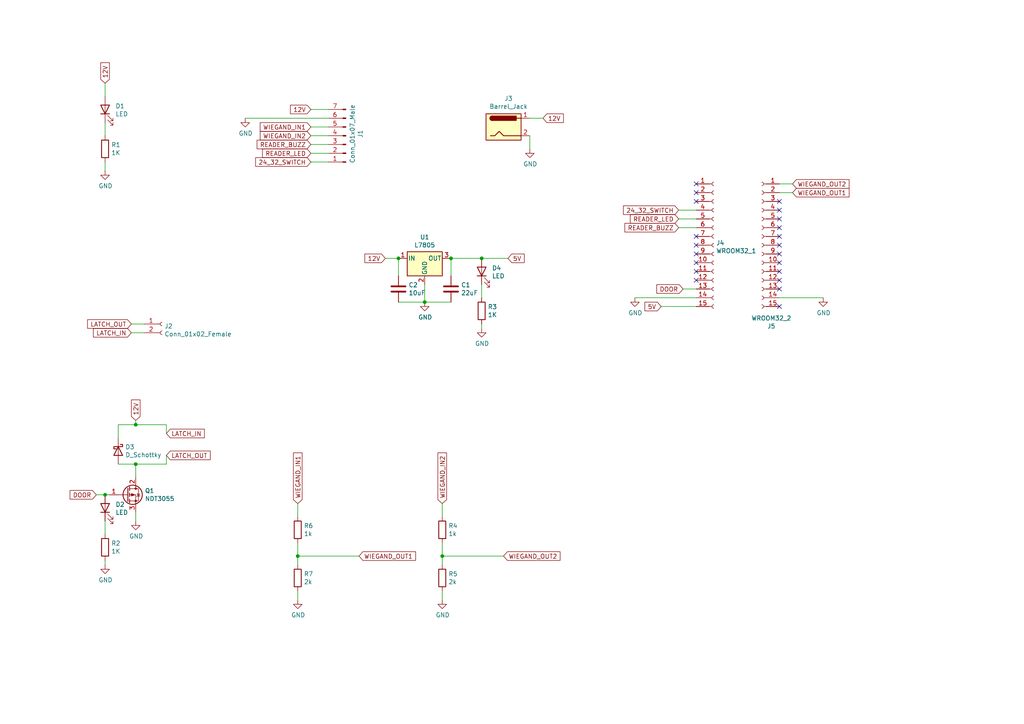
<source format=kicad_sch>
(kicad_sch (version 20211123) (generator eeschema)
  (paper "A4")
  (lib_symbols
    (symbol "Connector:Barrel_Jack" (pin_names (offset 1.016))
      (property "Reference" "J" (at 0 5.334 0))
      (property "Value" "Barrel_Jack" (at 0 -5.08 0))
      (symbol "Barrel_Jack_0_1"
        (rectangle (start -5.08 3.81) (end 5.08 -3.81) (stroke (width 0.254)) (fill (type background)))
        (arc (start -3.302 3.175) (mid -3.937 2.54) (end -3.302 1.905) (stroke (width 0.254)))
        (arc (start -3.302 3.175) (mid -3.937 2.54) (end -3.302 1.905) (stroke (width 0.254)) (fill (type outline)))
        (polyline (pts (xy 5.08 2.54) (xy 3.81 2.54)) (stroke (width 0.254)))
        (polyline (pts (xy -3.81 -2.54) (xy -2.54 -2.54) (xy -1.27 -1.27) (xy 0 -2.54) (xy 2.54 -2.54) (xy 5.08 -2.54)) (stroke (width 0.254)))
        (rectangle (start 3.683 3.175) (end -3.302 1.905) (stroke (width 0.254)) (fill (type outline)))
      )
      (symbol "Barrel_Jack_1_1"
        (pin passive line (at 7.62 2.54 180) (length 2.54) (name "~") (number "1"))
        (pin passive line (at 7.62 -2.54 180) (length 2.54) (name "~") (number "2"))
      )
    )
    (symbol "Connector:Conn_01x02_Female" (pin_names (offset 1.016) hide)
      (property "Reference" "J" (at 0 2.54 0))
      (property "Value" "Conn_01x02_Female" (at 0 -5.08 0))
      (symbol "Conn_01x02_Female_1_1"
        (arc (start 0 -2.032) (mid -0.508 -2.54) (end 0 -3.048) (stroke (width 0.1524)))
        (polyline (pts (xy -1.27 -2.54) (xy -0.508 -2.54)) (stroke (width 0.1524)))
        (polyline (pts (xy -1.27 0) (xy -0.508 0)) (stroke (width 0.1524)))
        (arc (start 0 0.508) (mid -0.508 0) (end 0 -0.508) (stroke (width 0.1524)))
        (pin passive line (at -5.08 0 0) (length 3.81) (name "Pin_1") (number "1"))
        (pin passive line (at -5.08 -2.54 0) (length 3.81) (name "Pin_2") (number "2"))
      )
    )
    (symbol "Connector:Conn_01x07_Male" (pin_names (offset 1.016) hide)
      (property "Reference" "J" (at 0 10.16 0))
      (property "Value" "Conn_01x07_Male" (at 0 -10.16 0))
      (symbol "Conn_01x07_Male_1_1"
        (polyline (pts (xy 1.27 -7.62) (xy 0.8636 -7.62)) (stroke (width 0.1524)))
        (polyline (pts (xy 1.27 -5.08) (xy 0.8636 -5.08)) (stroke (width 0.1524)))
        (polyline (pts (xy 1.27 -2.54) (xy 0.8636 -2.54)) (stroke (width 0.1524)))
        (polyline (pts (xy 1.27 0) (xy 0.8636 0)) (stroke (width 0.1524)))
        (polyline (pts (xy 1.27 2.54) (xy 0.8636 2.54)) (stroke (width 0.1524)))
        (polyline (pts (xy 1.27 5.08) (xy 0.8636 5.08)) (stroke (width 0.1524)))
        (polyline (pts (xy 1.27 7.62) (xy 0.8636 7.62)) (stroke (width 0.1524)))
        (rectangle (start 0.8636 -7.493) (end 0 -7.747) (stroke (width 0.1524)) (fill (type outline)))
        (rectangle (start 0.8636 -4.953) (end 0 -5.207) (stroke (width 0.1524)) (fill (type outline)))
        (rectangle (start 0.8636 -2.413) (end 0 -2.667) (stroke (width 0.1524)) (fill (type outline)))
        (rectangle (start 0.8636 0.127) (end 0 -0.127) (stroke (width 0.1524)) (fill (type outline)))
        (rectangle (start 0.8636 2.667) (end 0 2.413) (stroke (width 0.1524)) (fill (type outline)))
        (rectangle (start 0.8636 5.207) (end 0 4.953) (stroke (width 0.1524)) (fill (type outline)))
        (rectangle (start 0.8636 7.747) (end 0 7.493) (stroke (width 0.1524)) (fill (type outline)))
        (pin passive line (at 5.08 7.62 180) (length 3.81) (name "Pin_1") (number "1"))
        (pin passive line (at 5.08 5.08 180) (length 3.81) (name "Pin_2") (number "2"))
        (pin passive line (at 5.08 2.54 180) (length 3.81) (name "Pin_3") (number "3"))
        (pin passive line (at 5.08 0 180) (length 3.81) (name "Pin_4") (number "4"))
        (pin passive line (at 5.08 -2.54 180) (length 3.81) (name "Pin_5") (number "5"))
        (pin passive line (at 5.08 -5.08 180) (length 3.81) (name "Pin_6") (number "6"))
        (pin passive line (at 5.08 -7.62 180) (length 3.81) (name "Pin_7") (number "7"))
      )
    )
    (symbol "Connector:Conn_01x15_Female" (pin_names (offset 1.016) hide)
      (property "Reference" "J" (at 0 20.32 0))
      (property "Value" "Conn_01x15_Female" (at 0 -20.32 0))
      (symbol "Conn_01x15_Female_1_1"
        (arc (start 0 -17.272) (mid -0.508 -17.78) (end 0 -18.288) (stroke (width 0.1524)))
        (arc (start 0 -14.732) (mid -0.508 -15.24) (end 0 -15.748) (stroke (width 0.1524)))
        (arc (start 0 -12.192) (mid -0.508 -12.7) (end 0 -13.208) (stroke (width 0.1524)))
        (arc (start 0 -9.652) (mid -0.508 -10.16) (end 0 -10.668) (stroke (width 0.1524)))
        (arc (start 0 -7.112) (mid -0.508 -7.62) (end 0 -8.128) (stroke (width 0.1524)))
        (arc (start 0 -4.572) (mid -0.508 -5.08) (end 0 -5.588) (stroke (width 0.1524)))
        (arc (start 0 -2.032) (mid -0.508 -2.54) (end 0 -3.048) (stroke (width 0.1524)))
        (polyline (pts (xy -1.27 -17.78) (xy -0.508 -17.78)) (stroke (width 0.1524)))
        (polyline (pts (xy -1.27 -15.24) (xy -0.508 -15.24)) (stroke (width 0.1524)))
        (polyline (pts (xy -1.27 -12.7) (xy -0.508 -12.7)) (stroke (width 0.1524)))
        (polyline (pts (xy -1.27 -10.16) (xy -0.508 -10.16)) (stroke (width 0.1524)))
        (polyline (pts (xy -1.27 -7.62) (xy -0.508 -7.62)) (stroke (width 0.1524)))
        (polyline (pts (xy -1.27 -5.08) (xy -0.508 -5.08)) (stroke (width 0.1524)))
        (polyline (pts (xy -1.27 -2.54) (xy -0.508 -2.54)) (stroke (width 0.1524)))
        (polyline (pts (xy -1.27 0) (xy -0.508 0)) (stroke (width 0.1524)))
        (polyline (pts (xy -1.27 2.54) (xy -0.508 2.54)) (stroke (width 0.1524)))
        (polyline (pts (xy -1.27 5.08) (xy -0.508 5.08)) (stroke (width 0.1524)))
        (polyline (pts (xy -1.27 7.62) (xy -0.508 7.62)) (stroke (width 0.1524)))
        (polyline (pts (xy -1.27 10.16) (xy -0.508 10.16)) (stroke (width 0.1524)))
        (polyline (pts (xy -1.27 12.7) (xy -0.508 12.7)) (stroke (width 0.1524)))
        (polyline (pts (xy -1.27 15.24) (xy -0.508 15.24)) (stroke (width 0.1524)))
        (polyline (pts (xy -1.27 17.78) (xy -0.508 17.78)) (stroke (width 0.1524)))
        (arc (start 0 0.508) (mid -0.508 0) (end 0 -0.508) (stroke (width 0.1524)))
        (arc (start 0 3.048) (mid -0.508 2.54) (end 0 2.032) (stroke (width 0.1524)))
        (arc (start 0 5.588) (mid -0.508 5.08) (end 0 4.572) (stroke (width 0.1524)))
        (arc (start 0 8.128) (mid -0.508 7.62) (end 0 7.112) (stroke (width 0.1524)))
        (arc (start 0 10.668) (mid -0.508 10.16) (end 0 9.652) (stroke (width 0.1524)))
        (arc (start 0 13.208) (mid -0.508 12.7) (end 0 12.192) (stroke (width 0.1524)))
        (arc (start 0 15.748) (mid -0.508 15.24) (end 0 14.732) (stroke (width 0.1524)))
        (arc (start 0 18.288) (mid -0.508 17.78) (end 0 17.272) (stroke (width 0.1524)))
        (pin passive line (at -5.08 17.78 0) (length 3.81) (name "Pin_1") (number "1"))
        (pin passive line (at -5.08 -5.08 0) (length 3.81) (name "Pin_10") (number "10"))
        (pin passive line (at -5.08 -7.62 0) (length 3.81) (name "Pin_11") (number "11"))
        (pin passive line (at -5.08 -10.16 0) (length 3.81) (name "Pin_12") (number "12"))
        (pin passive line (at -5.08 -12.7 0) (length 3.81) (name "Pin_13") (number "13"))
        (pin passive line (at -5.08 -15.24 0) (length 3.81) (name "Pin_14") (number "14"))
        (pin passive line (at -5.08 -17.78 0) (length 3.81) (name "Pin_15") (number "15"))
        (pin passive line (at -5.08 15.24 0) (length 3.81) (name "Pin_2") (number "2"))
        (pin passive line (at -5.08 12.7 0) (length 3.81) (name "Pin_3") (number "3"))
        (pin passive line (at -5.08 10.16 0) (length 3.81) (name "Pin_4") (number "4"))
        (pin passive line (at -5.08 7.62 0) (length 3.81) (name "Pin_5") (number "5"))
        (pin passive line (at -5.08 5.08 0) (length 3.81) (name "Pin_6") (number "6"))
        (pin passive line (at -5.08 2.54 0) (length 3.81) (name "Pin_7") (number "7"))
        (pin passive line (at -5.08 0 0) (length 3.81) (name "Pin_8") (number "8"))
        (pin passive line (at -5.08 -2.54 0) (length 3.81) (name "Pin_9") (number "9"))
      )
    )
    (symbol "Device:C" (pin_numbers hide) (pin_names (offset 0.254))
      (property "Reference" "C" (at 0.635 2.54 0))
      (property "Value" "C" (at 0.635 -2.54 0))
      (symbol "C_0_1"
        (polyline (pts (xy -2.032 -0.762) (xy 2.032 -0.762)) (stroke (width 0.508)))
        (polyline (pts (xy -2.032 0.762) (xy 2.032 0.762)) (stroke (width 0.508)))
      )
      (symbol "C_1_1"
        (pin passive line (at 0 3.81 270) (length 2.794) (name "~") (number "1"))
        (pin passive line (at 0 -3.81 90) (length 2.794) (name "~") (number "2"))
      )
    )
    (symbol "Device:D_Schottky" (pin_numbers hide) (pin_names (offset 1.016) hide)
      (property "Reference" "D" (at 0 2.54 0))
      (property "Value" "D_Schottky" (at 0 -2.54 0))
      (symbol "D_Schottky_0_1"
        (polyline (pts (xy 1.27 0) (xy -1.27 0)))
        (polyline (pts (xy 1.27 1.27) (xy 1.27 -1.27) (xy -1.27 0) (xy 1.27 1.27)) (stroke (width 0.254)))
        (polyline (pts (xy -1.905 0.635) (xy -1.905 1.27) (xy -1.27 1.27) (xy -1.27 -1.27) (xy -0.635 -1.27) (xy -0.635 -0.635)) (stroke (width 0.254)))
      )
      (symbol "D_Schottky_1_1"
        (pin passive line (at -3.81 0 0) (length 2.54) (name "K") (number "1"))
        (pin passive line (at 3.81 0 180) (length 2.54) (name "A") (number "2"))
      )
    )
    (symbol "Device:LED" (pin_numbers hide) (pin_names (offset 1.016) hide)
      (property "Reference" "D" (at 0 2.54 0))
      (property "Value" "LED" (at 0 -2.54 0))
      (symbol "LED_0_1"
        (polyline (pts (xy -1.27 -1.27) (xy -1.27 1.27)) (stroke (width 0.254)))
        (polyline (pts (xy -1.27 0) (xy 1.27 0)))
        (polyline (pts (xy 1.27 -1.27) (xy 1.27 1.27) (xy -1.27 0) (xy 1.27 -1.27)) (stroke (width 0.254)))
        (polyline (pts (xy -3.048 -0.762) (xy -4.572 -2.286) (xy -3.81 -2.286) (xy -4.572 -2.286) (xy -4.572 -1.524)))
        (polyline (pts (xy -1.778 -0.762) (xy -3.302 -2.286) (xy -2.54 -2.286) (xy -3.302 -2.286) (xy -3.302 -1.524)))
      )
      (symbol "LED_1_1"
        (pin passive line (at -3.81 0 0) (length 2.54) (name "K") (number "1"))
        (pin passive line (at 3.81 0 180) (length 2.54) (name "A") (number "2"))
      )
    )
    (symbol "Device:R" (pin_numbers hide) (pin_names (offset 0))
      (property "Reference" "R" (at 2.032 0 90))
      (property "Value" "R" (at 0 0 90))
      (symbol "R_0_1"
        (rectangle (start -1.016 -2.54) (end 1.016 2.54) (stroke (width 0.254)))
      )
      (symbol "R_1_1"
        (pin passive line (at 0 3.81 270) (length 1.27) (name "~") (number "1"))
        (pin passive line (at 0 -3.81 90) (length 1.27) (name "~") (number "2"))
      )
    )
    (symbol "Regulator_Linear:L7805" (pin_names (offset 0.254))
      (property "Reference" "U" (at -3.81 3.175 0))
      (property "Value" "L7805" (at 0 3.175 0))
      (symbol "L7805_0_1"
        (rectangle (start -5.08 1.905) (end 5.08 -5.08) (stroke (width 0.254)) (fill (type background)))
      )
      (symbol "L7805_1_1"
        (pin power_in line (at -7.62 0 0) (length 2.54) (name "IN") (number "1"))
        (pin power_in line (at 0 -7.62 90) (length 2.54) (name "GND") (number "2"))
        (pin power_out line (at 7.62 0 180) (length 2.54) (name "OUT") (number "3"))
      )
    )
    (symbol "Transistor_FET:ZXMP4A16G" (pin_names hide)
      (property "Reference" "Q" (at 5.08 1.905 0))
      (property "Value" "ZXMP4A16G" (at 5.08 0 0))
      (symbol "ZXMP4A16G_0_1"
        (polyline (pts (xy 0.254 0) (xy -2.54 0)))
        (polyline (pts (xy 0.254 1.905) (xy 0.254 -1.905)) (stroke (width 0.254)))
        (polyline (pts (xy 0.762 -1.27) (xy 0.762 -2.286)) (stroke (width 0.254)))
        (polyline (pts (xy 0.762 0.508) (xy 0.762 -0.508)) (stroke (width 0.254)))
        (polyline (pts (xy 0.762 2.286) (xy 0.762 1.27)) (stroke (width 0.254)))
        (polyline (pts (xy 2.54 2.54) (xy 2.54 1.778)))
        (polyline (pts (xy 2.54 -2.54) (xy 2.54 0) (xy 0.762 0)))
        (polyline (pts (xy 0.762 1.778) (xy 3.302 1.778) (xy 3.302 -1.778) (xy 0.762 -1.778)))
        (polyline (pts (xy 2.286 0) (xy 1.27 0.381) (xy 1.27 -0.381) (xy 2.286 0)) (fill (type outline)))
        (polyline (pts (xy 2.794 -0.508) (xy 2.921 -0.381) (xy 3.683 -0.381) (xy 3.81 -0.254)))
        (polyline (pts (xy 3.302 -0.381) (xy 2.921 0.254) (xy 3.683 0.254) (xy 3.302 -0.381)))
        (circle (center 1.651 0) (radius 2.794) (stroke (width 0.254)))
        (circle (center 2.54 -1.778) (radius 0.254) (fill (type outline)))
        (circle (center 2.54 1.778) (radius 0.254) (fill (type outline)))
      )
      (symbol "ZXMP4A16G_1_1"
        (pin input line (at -5.08 0 0) (length 2.54) (name "G") (number "1"))
        (pin passive line (at 2.54 5.08 270) (length 2.54) (name "D") (number "2"))
        (pin passive line (at 2.54 -5.08 90) (length 2.54) (name "S") (number "3"))
      )
    )
    (symbol "power:GND" (power) (pin_names (offset 0))
      (property "Value" "GND" (at 0 -3.81 0))
      (symbol "GND_0_1"
        (polyline (pts (xy 0 0) (xy 0 -1.27) (xy 1.27 -1.27) (xy 0 -2.54) (xy -1.27 -1.27) (xy 0 -1.27)))
      )
      (symbol "GND_1_1"
        (pin power_in line (at 0 0 270) (length 0) hide (name "GND") (number "1"))
      )
    )
  )
  (junction (at 39.37 123.19))
  (junction (at 130.81 74.93))
  (junction (at 139.7 74.93))
  (junction (at 39.37 134.62))
  (junction (at 115.57 74.93))
  (junction (at 123.19 87.63))
  (junction (at 128.27 161.29))
  (junction (at 30.48 143.51))
  (junction (at 86.36 161.29))
  (no_connect (at 226.06 81.28))
  (no_connect (at 226.06 60.96))
  (no_connect (at 226.06 63.5))
  (no_connect (at 226.06 71.12))
  (no_connect (at 226.06 73.66))
  (no_connect (at 201.93 55.88))
  (no_connect (at 201.93 73.66))
  (no_connect (at 201.93 81.28))
  (no_connect (at 201.93 58.42))
  (no_connect (at 201.93 76.2))
  (no_connect (at 226.06 88.9))
  (no_connect (at 201.93 71.12))
  (no_connect (at 201.93 68.58))
  (no_connect (at 226.06 76.2))
  (no_connect (at 201.93 53.34))
  (no_connect (at 201.93 78.74))
  (no_connect (at 226.06 58.42))
  (no_connect (at 226.06 68.58))
  (no_connect (at 226.06 78.74))
  (no_connect (at 226.06 66.04))
  (no_connect (at 226.06 83.82))
  (wire (pts (xy 27.94 143.51) (xy 30.48 143.51)))
  (wire (pts (xy 153.67 39.37) (xy 153.67 43.18)))
  (wire (pts (xy 196.85 60.96) (xy 201.93 60.96)))
  (wire (pts (xy 128.27 146.05) (xy 128.27 149.86)))
  (wire (pts (xy 153.67 34.29) (xy 157.48 34.29)))
  (wire (pts (xy 39.37 123.19) (xy 39.37 121.92)))
  (wire (pts (xy 90.17 41.91) (xy 95.25 41.91)))
  (wire (pts (xy 86.36 157.48) (xy 86.36 161.29)))
  (wire (pts (xy 30.48 143.51) (xy 31.75 143.51)))
  (wire (pts (xy 90.17 36.83) (xy 95.25 36.83)))
  (wire (pts (xy 30.48 151.13) (xy 30.48 154.94)))
  (wire (pts (xy 90.17 31.75) (xy 95.25 31.75)))
  (wire (pts (xy 115.57 74.93) (xy 111.76 74.93)))
  (wire (pts (xy 128.27 161.29) (xy 128.27 163.83)))
  (wire (pts (xy 128.27 161.29) (xy 146.05 161.29)))
  (wire (pts (xy 128.27 157.48) (xy 128.27 161.29)))
  (wire (pts (xy 41.91 96.52) (xy 38.1 96.52)))
  (wire (pts (xy 130.81 74.93) (xy 139.7 74.93)))
  (wire (pts (xy 90.17 46.99) (xy 95.25 46.99)))
  (wire (pts (xy 86.36 161.29) (xy 104.14 161.29)))
  (wire (pts (xy 139.7 95.25) (xy 139.7 93.98)))
  (wire (pts (xy 229.87 55.88) (xy 226.06 55.88)))
  (wire (pts (xy 34.29 134.62) (xy 39.37 134.62)))
  (wire (pts (xy 123.19 82.55) (xy 123.19 87.63)))
  (wire (pts (xy 48.26 123.19) (xy 48.26 125.73)))
  (wire (pts (xy 48.26 132.08) (xy 48.26 134.62)))
  (wire (pts (xy 30.48 27.94) (xy 30.48 24.13)))
  (wire (pts (xy 30.48 35.56) (xy 30.48 39.37)))
  (wire (pts (xy 30.48 46.99) (xy 30.48 49.53)))
  (wire (pts (xy 196.85 66.04) (xy 201.93 66.04)))
  (wire (pts (xy 128.27 171.45) (xy 128.27 173.99)))
  (wire (pts (xy 86.36 146.05) (xy 86.36 149.86)))
  (wire (pts (xy 39.37 148.59) (xy 39.37 151.13)))
  (wire (pts (xy 48.26 134.62) (xy 39.37 134.62)))
  (wire (pts (xy 115.57 74.93) (xy 115.57 80.01)))
  (wire (pts (xy 38.1 93.98) (xy 41.91 93.98)))
  (wire (pts (xy 90.17 44.45) (xy 95.25 44.45)))
  (wire (pts (xy 86.36 161.29) (xy 86.36 163.83)))
  (wire (pts (xy 95.25 39.37) (xy 90.17 39.37)))
  (wire (pts (xy 123.19 87.63) (xy 130.81 87.63)))
  (wire (pts (xy 139.7 82.55) (xy 139.7 86.36)))
  (wire (pts (xy 34.29 123.19) (xy 39.37 123.19)))
  (wire (pts (xy 201.93 86.36) (xy 184.15 86.36)))
  (wire (pts (xy 196.85 63.5) (xy 201.93 63.5)))
  (wire (pts (xy 71.12 34.29) (xy 95.25 34.29)))
  (wire (pts (xy 226.06 53.34) (xy 229.87 53.34)))
  (wire (pts (xy 198.12 83.82) (xy 201.93 83.82)))
  (wire (pts (xy 30.48 163.83) (xy 30.48 162.56)))
  (wire (pts (xy 39.37 134.62) (xy 39.37 138.43)))
  (wire (pts (xy 191.77 88.9) (xy 201.93 88.9)))
  (wire (pts (xy 34.29 127) (xy 34.29 123.19)))
  (wire (pts (xy 139.7 74.93) (xy 147.32 74.93)))
  (wire (pts (xy 130.81 74.93) (xy 130.81 80.01)))
  (wire (pts (xy 115.57 87.63) (xy 123.19 87.63)))
  (wire (pts (xy 39.37 123.19) (xy 48.26 123.19)))
  (wire (pts (xy 86.36 171.45) (xy 86.36 173.99)))
  (wire (pts (xy 226.06 86.36) (xy 238.76 86.36)))
  (global_label "READER_LED" (shape input) (at 90.17 44.45 180) (property "Intersheet References" "${INTERSHEET_REFS}" (effects hide)))
  (global_label "5V" (shape input) (at 191.77 88.9 180) (property "Intersheet References" "${INTERSHEET_REFS}" (effects hide)))
  (global_label "LATCH_IN" (shape input) (at 48.26 125.73 0) (property "Intersheet References" "${INTERSHEET_REFS}" (effects hide)))
  (global_label "WIEGAND_OUT1" (shape input) (at 104.14 161.29 0) (property "Intersheet References" "${INTERSHEET_REFS}" (effects hide)))
  (global_label "DOOR" (shape input) (at 198.12 83.82 180) (property "Intersheet References" "${INTERSHEET_REFS}" (effects hide)))
  (global_label "LATCH_IN" (shape input) (at 38.1 96.52 180) (property "Intersheet References" "${INTERSHEET_REFS}" (effects hide)))
  (global_label "12V" (shape input) (at 90.17 31.75 180) (property "Intersheet References" "${INTERSHEET_REFS}" (effects hide)))
  (global_label "DOOR" (shape input) (at 27.94 143.51 180) (property "Intersheet References" "${INTERSHEET_REFS}" (effects hide)))
  (global_label "READER_LED" (shape input) (at 196.85 63.5 180) (property "Intersheet References" "${INTERSHEET_REFS}" (effects hide)))
  (global_label "LATCH_OUT" (shape input) (at 48.26 132.08 0) (property "Intersheet References" "${INTERSHEET_REFS}" (effects hide)))
  (global_label "24_32_SWITCH" (shape input) (at 90.17 46.99 180) (property "Intersheet References" "${INTERSHEET_REFS}" (effects hide)))
  (global_label "12V" (shape input) (at 157.48 34.29 0) (property "Intersheet References" "${INTERSHEET_REFS}" (effects hide)))
  (global_label "WIEGAND_OUT2" (shape input) (at 229.87 53.34 0) (property "Intersheet References" "${INTERSHEET_REFS}" (effects hide)))
  (global_label "5V" (shape input) (at 147.32 74.93 0) (property "Intersheet References" "${INTERSHEET_REFS}" (effects hide)))
  (global_label "24_32_SWITCH" (shape input) (at 196.85 60.96 180) (property "Intersheet References" "${INTERSHEET_REFS}" (effects hide)))
  (global_label "12V" (shape input) (at 39.37 121.92 90) (property "Intersheet References" "${INTERSHEET_REFS}" (effects hide)))
  (global_label "READER_BUZZ" (shape input) (at 90.17 41.91 180) (property "Intersheet References" "${INTERSHEET_REFS}" (effects hide)))
  (global_label "READER_BUZZ" (shape input) (at 196.85 66.04 180) (property "Intersheet References" "${INTERSHEET_REFS}" (effects hide)))
  (global_label "WIEGAND_IN2" (shape input) (at 90.17 39.37 180) (property "Intersheet References" "${INTERSHEET_REFS}" (effects hide)))
  (global_label "WIEGAND_OUT2" (shape input) (at 146.05 161.29 0) (property "Intersheet References" "${INTERSHEET_REFS}" (effects hide)))
  (global_label "WIEGAND_OUT1" (shape input) (at 229.87 55.88 0) (property "Intersheet References" "${INTERSHEET_REFS}" (effects hide)))
  (global_label "WIEGAND_IN2" (shape input) (at 128.27 146.05 90) (property "Intersheet References" "${INTERSHEET_REFS}" (effects hide)))
  (global_label "LATCH_OUT" (shape input) (at 38.1 93.98 180) (property "Intersheet References" "${INTERSHEET_REFS}" (effects hide)))
  (global_label "WIEGAND_IN1" (shape input) (at 90.17 36.83 180) (property "Intersheet References" "${INTERSHEET_REFS}" (effects hide)))
  (global_label "12V" (shape input) (at 30.48 24.13 90) (property "Intersheet References" "${INTERSHEET_REFS}" (effects hide)))
  (global_label "WIEGAND_IN1" (shape input) (at 86.36 146.05 90) (property "Intersheet References" "${INTERSHEET_REFS}" (effects hide)))
  (global_label "12V" (shape input) (at 111.76 74.93 180) (property "Intersheet References" "${INTERSHEET_REFS}" (effects hide)))
  (symbol (lib_id "power:GND") (at 39.37 151.13 0) (unit 1)
    (property "Reference" "#PWR0101" (effects hide))
    (property "Value" "GND" (at 39.497 155.5242 0))
  )
  (symbol (lib_id "Device:D_Schottky") (at 34.29 130.81 270) (unit 1)
    (property "Reference" "D3" (at 36.322 129.6416 90) (effects (justify left)))
    (property "Value" "D_Schottky" (at 36.322 131.953 90) (effects (justify left)))
    (property "Footprint" "SMD_Packages:SMD-1206_Pol" (effects hide))
    (property "Digikey #" "478-7805-2-ND" (effects hide))
  )
  (symbol (lib_id "Device:LED") (at 30.48 31.75 90) (unit 1)
    (property "Reference" "D1" (at 33.4772 30.7594 90) (effects (justify right)))
    (property "Value" "LED" (at 33.4772 33.0708 90) (effects (justify right)))
    (property "Footprint" "LEDs:LED-1206" (effects hide))
    (property "Digikey #" "1516-1073-2-N" (effects hide))
  )
  (symbol (lib_id "Device:R") (at 30.48 43.18 0) (unit 1)
    (property "Reference" "R1" (at 32.258 42.0116 0) (effects (justify left)))
    (property "Value" "1K" (at 32.258 44.323 0) (effects (justify left)))
    (property "Footprint" "Resistors_SMD:R_1210" (effects hide))
    (property "Digikey #" "RMCF1210FT1K00" (effects hide))
  )
  (symbol (lib_id "power:GND") (at 30.48 49.53 0) (unit 1)
    (property "Reference" "#PWR0103" (effects hide))
    (property "Value" "GND" (at 30.607 53.9242 0))
  )
  (symbol (lib_id "Connector:Conn_01x02_Female") (at 46.99 93.98 0) (unit 1)
    (property "Reference" "J2" (at 47.7012 94.5896 0) (effects (justify left)))
    (property "Value" "Conn_01x02_Female" (at 47.7012 96.901 0) (effects (justify left)))
    (property "Footprint" "Terminal_Blocks:TerminalBlock_Pheonix_MKDS1.5-2pol" (effects hide))
    (property "Digikey #" "ED2561-ND" (effects hide))
  )
  (symbol (lib_id "Regulator_Linear:L7805") (at 123.19 74.93 0) (unit 1)
    (property "Reference" "U1" (at 123.19 68.7832 0))
    (property "Value" "L7805" (at 123.19 71.0946 0))
    (property "Footprint" "TO_SOT_Packages_THT:TO-220_Neutral123_Vertical" (effects hide))
    (property "Datasheet" "http://www.st.com/content/ccc/resource/technical/document/datasheet/41/4f/b3/b0/12/d4/47/88/CD00000444.pdf/files/CD00000444.pdf/jcr:content/translations/en.CD00000444.pdf" (effects hide))
    (property "Digikey #" "1470-VR10S05-ND" (effects hide))
  )
  (symbol (lib_id "Device:C") (at 130.81 83.82 0) (unit 1)
    (property "Reference" "C1" (at 133.731 82.6516 0) (effects (justify left)))
    (property "Value" "22uF" (at 133.731 84.963 0) (effects (justify left)))
    (property "Footprint" "Capacitors_SMD:C_1206" (effects hide))
    (property "Digikey #" "1276-1771-2-ND" (effects hide))
  )
  (symbol (lib_id "power:GND") (at 123.19 87.63 0) (unit 1)
    (property "Reference" "#PWR0105" (effects hide))
    (property "Value" "GND" (at 123.317 92.0242 0))
  )
  (symbol (lib_id "Device:LED") (at 139.7 78.74 90) (unit 1)
    (property "Reference" "D4" (at 142.6972 77.7494 90) (effects (justify right)))
    (property "Value" "LED" (at 142.6972 80.0608 90) (effects (justify right)))
    (property "Footprint" "LEDs:LED-1206" (effects hide))
    (property "Digikey #" "1516-1076-2-ND" (effects hide))
  )
  (symbol (lib_id "Device:R") (at 139.7 90.17 0) (unit 1)
    (property "Reference" "R3" (at 141.478 89.0016 0) (effects (justify left)))
    (property "Value" "1K" (at 141.478 91.313 0) (effects (justify left)))
    (property "Footprint" "Resistors_SMD:R_1210" (effects hide))
    (property "Digikey #" "RMCF1210FT1K00" (effects hide))
  )
  (symbol (lib_id "power:GND") (at 139.7 95.25 0) (unit 1)
    (property "Reference" "#PWR0106" (effects hide))
    (property "Value" "GND" (at 139.827 99.6442 0))
  )
  (symbol (lib_id "Device:LED") (at 30.48 147.32 90) (unit 1)
    (property "Reference" "D2" (at 33.4772 146.3294 90) (effects (justify right)))
    (property "Value" "LED" (at 33.4772 148.6408 90) (effects (justify right)))
    (property "Footprint" "LEDs:LED-1206" (effects hide))
    (property "Digikey #" "1516-1072-2-ND" (effects hide))
  )
  (symbol (lib_id "Device:R") (at 30.48 158.75 0) (unit 1)
    (property "Reference" "R2" (at 32.258 157.5816 0) (effects (justify left)))
    (property "Value" "1K" (at 32.258 159.893 0) (effects (justify left)))
    (property "Footprint" "Resistors_SMD:R_1210" (effects hide))
    (property "Digikey #" "RMCF1210FT1K00" (effects hide))
  )
  (symbol (lib_id "power:GND") (at 30.48 163.83 0) (unit 1)
    (property "Reference" "#PWR0107" (effects hide))
    (property "Value" "GND" (at 30.607 168.2242 0))
  )
  (symbol (lib_id "power:GND") (at 71.12 34.29 0) (unit 1)
    (property "Reference" "#PWR0109" (effects hide))
    (property "Value" "GND" (at 71.247 38.6842 0))
  )
  (symbol (lib_id "Connector:Conn_01x07_Male") (at 100.33 39.37 180) (unit 1)
    (property "Reference" "J1" (at 104.521 38.8112 90))
    (property "Value" "Conn_01x07_Male" (at 102.2096 38.8112 90))
    (property "Footprint" "Pin_Headers:Pin_Header_Straight_1x07" (effects hide))
  )
  (symbol (lib_id "power:GND") (at 238.76 86.36 0) (unit 1)
    (property "Reference" "#PWR0110" (effects hide))
    (property "Value" "GND" (at 238.887 90.7542 0))
  )
  (symbol (lib_id "Connector:Barrel_Jack") (at 146.05 36.83 0) (unit 1)
    (property "Reference" "J3" (at 147.4978 28.575 0))
    (property "Value" "Barrel_Jack" (at 147.4978 30.8864 0))
    (property "Footprint" "Terminal_Blocks:TerminalBlock_Pheonix_MKDS1.5-2pol" (effects hide))
    (property "Digikey #" "ED2561-ND" (effects hide))
  )
  (symbol (lib_id "power:GND") (at 153.67 43.18 0) (unit 1)
    (property "Reference" "#PWR0102" (effects hide))
    (property "Value" "GND" (at 153.797 47.5742 0))
  )
  (symbol (lib_id "power:GND") (at 184.15 86.36 0) (unit 1)
    (property "Reference" "#PWR0104" (effects hide))
    (property "Value" "GND" (at 184.277 90.7542 0))
  )
  (symbol (lib_id "Connector:Conn_01x15_Female") (at 207.01 71.12 0) (unit 1)
    (property "Reference" "J4" (at 207.7212 70.4596 0) (effects (justify left)))
    (property "Value" "WROOM32_1" (at 207.7212 72.771 0) (effects (justify left)))
    (property "Footprint" "Pin_Headers:Pin_Header_Straight_1x15" (effects hide))
  )
  (symbol (lib_id "Connector:Conn_01x15_Female") (at 220.98 71.12 0) (mirror y) (unit 1)
    (property "Reference" "J5" (at 223.7232 94.615 0))
    (property "Value" "WROOM32_2" (at 223.7232 92.3036 0))
    (property "Footprint" "Pin_Headers:Pin_Header_Straight_1x15" (effects hide))
  )
  (symbol (lib_id "Device:R") (at 128.27 153.67 0) (unit 1)
    (property "Reference" "R4" (at 130.048 152.5016 0) (effects (justify left)))
    (property "Value" "1k" (at 130.048 154.813 0) (effects (justify left)))
    (property "Footprint" "Resistors_SMD:R_1210" (effects hide))
    (property "Digikey #" "RMCF1210FT1K00" (effects hide))
  )
  (symbol (lib_id "Device:R") (at 128.27 167.64 0) (unit 1)
    (property "Reference" "R5" (at 130.048 166.4716 0) (effects (justify left)))
    (property "Value" "2k" (at 130.048 168.783 0) (effects (justify left)))
    (property "Footprint" "Resistors_SMD:R_1210" (effects hide))
    (property "Digikey #" "P2.0KVTR-ND" (effects hide))
  )
  (symbol (lib_id "power:GND") (at 128.27 173.99 0) (unit 1)
    (property "Reference" "#PWR0108" (effects hide))
    (property "Value" "GND" (at 128.397 178.3842 0))
  )
  (symbol (lib_id "Device:R") (at 86.36 153.67 0) (unit 1)
    (property "Reference" "R6" (at 88.138 152.5016 0) (effects (justify left)))
    (property "Value" "1k" (at 88.138 154.813 0) (effects (justify left)))
    (property "Footprint" "Resistors_SMD:R_1210" (effects hide))
    (property "Digikey #" "RMCF1210FT1K00" (effects hide))
  )
  (symbol (lib_id "Device:R") (at 86.36 167.64 0) (unit 1)
    (property "Reference" "R7" (at 88.138 166.4716 0) (effects (justify left)))
    (property "Value" "2k" (at 88.138 168.783 0) (effects (justify left)))
    (property "Footprint" "Resistors_SMD:R_1210" (effects hide))
    (property "Digikey #" "P2.0KVTR-ND" (effects hide))
  )
  (symbol (lib_id "power:GND") (at 86.36 173.99 0) (unit 1)
    (property "Reference" "#PWR0111" (effects hide))
    (property "Value" "GND" (at 86.487 178.3842 0))
  )
  (symbol (lib_id "Transistor_FET:ZXMP4A16G") (at 36.83 143.51 0) (unit 1)
    (property "Reference" "Q1" (at 42.0116 142.3416 0) (effects (justify left)))
    (property "Value" "NDT3055" (at 42.0116 144.653 0) (effects (justify left)))
    (property "Footprint" "TO_SOT_Packages_SMD:SOT-223" (effects hide))
    (property "Datasheet" "https://www.onsemi.com/pdf/datasheet/ndt3055-d.pdf" (effects hide))
    (property "Digikey #" "NDT3055CT-ND" (effects hide))
  )
  (symbol (lib_id "Device:C") (at 115.57 83.82 0) (unit 1)
    (property "Reference" "C2" (at 118.491 82.6516 0) (effects (justify left)))
    (property "Value" "10uF" (at 118.491 84.963 0) (effects (justify left)))
    (property "Footprint" "Capacitors_SMD:C_1206" (effects hide))
    (property "Digikey #" "1276-6736-1-ND" (effects hide))
  )
)
</source>
